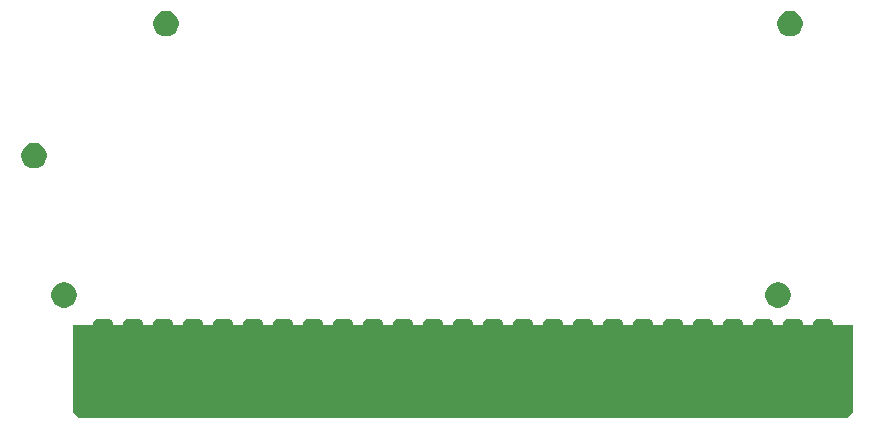
<source format=gbs>
G04 #@! TF.GenerationSoftware,KiCad,Pcbnew,(5.1.5-0-10_14)*
G04 #@! TF.CreationDate,2020-04-11T03:56:32-04:00*
G04 #@! TF.ProjectId,Voyager128,566f7961-6765-4723-9132-382e6b696361,rev?*
G04 #@! TF.SameCoordinates,Original*
G04 #@! TF.FileFunction,Soldermask,Bot*
G04 #@! TF.FilePolarity,Negative*
%FSLAX46Y46*%
G04 Gerber Fmt 4.6, Leading zero omitted, Abs format (unit mm)*
G04 Created by KiCad (PCBNEW (5.1.5-0-10_14)) date 2020-04-11 03:56:32*
%MOMM*%
%LPD*%
G04 APERTURE LIST*
%ADD10C,0.100000*%
G04 APERTURE END LIST*
D10*
G36*
X139700000Y-139446000D02*
G01*
X139192000Y-139954000D01*
X74168000Y-139954000D01*
X73660000Y-139446000D01*
X73660000Y-132080000D01*
X139700000Y-132080000D01*
X139700000Y-139446000D01*
G37*
G36*
X137686355Y-131543544D02*
G01*
X137758967Y-131565570D01*
X137825881Y-131601336D01*
X137884531Y-131649469D01*
X137932664Y-131708119D01*
X137968430Y-131775033D01*
X137990456Y-131847645D01*
X137998200Y-131926267D01*
X137998200Y-138637733D01*
X137990456Y-138716355D01*
X137968430Y-138788967D01*
X137932664Y-138855881D01*
X137884531Y-138914531D01*
X137825881Y-138962664D01*
X137758967Y-138998430D01*
X137686355Y-139020456D01*
X137607733Y-139028200D01*
X136712267Y-139028200D01*
X136633645Y-139020456D01*
X136561033Y-138998430D01*
X136494119Y-138962664D01*
X136435469Y-138914531D01*
X136387336Y-138855881D01*
X136351570Y-138788967D01*
X136329544Y-138716355D01*
X136321800Y-138637733D01*
X136321800Y-131926267D01*
X136329544Y-131847645D01*
X136351570Y-131775033D01*
X136387336Y-131708119D01*
X136435469Y-131649469D01*
X136494119Y-131601336D01*
X136561033Y-131565570D01*
X136633645Y-131543544D01*
X136712267Y-131535800D01*
X137607733Y-131535800D01*
X137686355Y-131543544D01*
G37*
G36*
X135146355Y-131543544D02*
G01*
X135218967Y-131565570D01*
X135285881Y-131601336D01*
X135344531Y-131649469D01*
X135392664Y-131708119D01*
X135428430Y-131775033D01*
X135450456Y-131847645D01*
X135458200Y-131926267D01*
X135458200Y-138637733D01*
X135450456Y-138716355D01*
X135428430Y-138788967D01*
X135392664Y-138855881D01*
X135344531Y-138914531D01*
X135285881Y-138962664D01*
X135218967Y-138998430D01*
X135146355Y-139020456D01*
X135067733Y-139028200D01*
X134172267Y-139028200D01*
X134093645Y-139020456D01*
X134021033Y-138998430D01*
X133954119Y-138962664D01*
X133895469Y-138914531D01*
X133847336Y-138855881D01*
X133811570Y-138788967D01*
X133789544Y-138716355D01*
X133781800Y-138637733D01*
X133781800Y-131926267D01*
X133789544Y-131847645D01*
X133811570Y-131775033D01*
X133847336Y-131708119D01*
X133895469Y-131649469D01*
X133954119Y-131601336D01*
X134021033Y-131565570D01*
X134093645Y-131543544D01*
X134172267Y-131535800D01*
X135067733Y-131535800D01*
X135146355Y-131543544D01*
G37*
G36*
X132606355Y-131543544D02*
G01*
X132678967Y-131565570D01*
X132745881Y-131601336D01*
X132804531Y-131649469D01*
X132852664Y-131708119D01*
X132888430Y-131775033D01*
X132910456Y-131847645D01*
X132918200Y-131926267D01*
X132918200Y-138637733D01*
X132910456Y-138716355D01*
X132888430Y-138788967D01*
X132852664Y-138855881D01*
X132804531Y-138914531D01*
X132745881Y-138962664D01*
X132678967Y-138998430D01*
X132606355Y-139020456D01*
X132527733Y-139028200D01*
X131632267Y-139028200D01*
X131553645Y-139020456D01*
X131481033Y-138998430D01*
X131414119Y-138962664D01*
X131355469Y-138914531D01*
X131307336Y-138855881D01*
X131271570Y-138788967D01*
X131249544Y-138716355D01*
X131241800Y-138637733D01*
X131241800Y-131926267D01*
X131249544Y-131847645D01*
X131271570Y-131775033D01*
X131307336Y-131708119D01*
X131355469Y-131649469D01*
X131414119Y-131601336D01*
X131481033Y-131565570D01*
X131553645Y-131543544D01*
X131632267Y-131535800D01*
X132527733Y-131535800D01*
X132606355Y-131543544D01*
G37*
G36*
X130066355Y-131543544D02*
G01*
X130138967Y-131565570D01*
X130205881Y-131601336D01*
X130264531Y-131649469D01*
X130312664Y-131708119D01*
X130348430Y-131775033D01*
X130370456Y-131847645D01*
X130378200Y-131926267D01*
X130378200Y-138637733D01*
X130370456Y-138716355D01*
X130348430Y-138788967D01*
X130312664Y-138855881D01*
X130264531Y-138914531D01*
X130205881Y-138962664D01*
X130138967Y-138998430D01*
X130066355Y-139020456D01*
X129987733Y-139028200D01*
X129092267Y-139028200D01*
X129013645Y-139020456D01*
X128941033Y-138998430D01*
X128874119Y-138962664D01*
X128815469Y-138914531D01*
X128767336Y-138855881D01*
X128731570Y-138788967D01*
X128709544Y-138716355D01*
X128701800Y-138637733D01*
X128701800Y-131926267D01*
X128709544Y-131847645D01*
X128731570Y-131775033D01*
X128767336Y-131708119D01*
X128815469Y-131649469D01*
X128874119Y-131601336D01*
X128941033Y-131565570D01*
X129013645Y-131543544D01*
X129092267Y-131535800D01*
X129987733Y-131535800D01*
X130066355Y-131543544D01*
G37*
G36*
X127526355Y-131543544D02*
G01*
X127598967Y-131565570D01*
X127665881Y-131601336D01*
X127724531Y-131649469D01*
X127772664Y-131708119D01*
X127808430Y-131775033D01*
X127830456Y-131847645D01*
X127838200Y-131926267D01*
X127838200Y-138637733D01*
X127830456Y-138716355D01*
X127808430Y-138788967D01*
X127772664Y-138855881D01*
X127724531Y-138914531D01*
X127665881Y-138962664D01*
X127598967Y-138998430D01*
X127526355Y-139020456D01*
X127447733Y-139028200D01*
X126552267Y-139028200D01*
X126473645Y-139020456D01*
X126401033Y-138998430D01*
X126334119Y-138962664D01*
X126275469Y-138914531D01*
X126227336Y-138855881D01*
X126191570Y-138788967D01*
X126169544Y-138716355D01*
X126161800Y-138637733D01*
X126161800Y-131926267D01*
X126169544Y-131847645D01*
X126191570Y-131775033D01*
X126227336Y-131708119D01*
X126275469Y-131649469D01*
X126334119Y-131601336D01*
X126401033Y-131565570D01*
X126473645Y-131543544D01*
X126552267Y-131535800D01*
X127447733Y-131535800D01*
X127526355Y-131543544D01*
G37*
G36*
X124986355Y-131543544D02*
G01*
X125058967Y-131565570D01*
X125125881Y-131601336D01*
X125184531Y-131649469D01*
X125232664Y-131708119D01*
X125268430Y-131775033D01*
X125290456Y-131847645D01*
X125298200Y-131926267D01*
X125298200Y-138637733D01*
X125290456Y-138716355D01*
X125268430Y-138788967D01*
X125232664Y-138855881D01*
X125184531Y-138914531D01*
X125125881Y-138962664D01*
X125058967Y-138998430D01*
X124986355Y-139020456D01*
X124907733Y-139028200D01*
X124012267Y-139028200D01*
X123933645Y-139020456D01*
X123861033Y-138998430D01*
X123794119Y-138962664D01*
X123735469Y-138914531D01*
X123687336Y-138855881D01*
X123651570Y-138788967D01*
X123629544Y-138716355D01*
X123621800Y-138637733D01*
X123621800Y-131926267D01*
X123629544Y-131847645D01*
X123651570Y-131775033D01*
X123687336Y-131708119D01*
X123735469Y-131649469D01*
X123794119Y-131601336D01*
X123861033Y-131565570D01*
X123933645Y-131543544D01*
X124012267Y-131535800D01*
X124907733Y-131535800D01*
X124986355Y-131543544D01*
G37*
G36*
X122446355Y-131543544D02*
G01*
X122518967Y-131565570D01*
X122585881Y-131601336D01*
X122644531Y-131649469D01*
X122692664Y-131708119D01*
X122728430Y-131775033D01*
X122750456Y-131847645D01*
X122758200Y-131926267D01*
X122758200Y-138637733D01*
X122750456Y-138716355D01*
X122728430Y-138788967D01*
X122692664Y-138855881D01*
X122644531Y-138914531D01*
X122585881Y-138962664D01*
X122518967Y-138998430D01*
X122446355Y-139020456D01*
X122367733Y-139028200D01*
X121472267Y-139028200D01*
X121393645Y-139020456D01*
X121321033Y-138998430D01*
X121254119Y-138962664D01*
X121195469Y-138914531D01*
X121147336Y-138855881D01*
X121111570Y-138788967D01*
X121089544Y-138716355D01*
X121081800Y-138637733D01*
X121081800Y-131926267D01*
X121089544Y-131847645D01*
X121111570Y-131775033D01*
X121147336Y-131708119D01*
X121195469Y-131649469D01*
X121254119Y-131601336D01*
X121321033Y-131565570D01*
X121393645Y-131543544D01*
X121472267Y-131535800D01*
X122367733Y-131535800D01*
X122446355Y-131543544D01*
G37*
G36*
X119906355Y-131543544D02*
G01*
X119978967Y-131565570D01*
X120045881Y-131601336D01*
X120104531Y-131649469D01*
X120152664Y-131708119D01*
X120188430Y-131775033D01*
X120210456Y-131847645D01*
X120218200Y-131926267D01*
X120218200Y-138637733D01*
X120210456Y-138716355D01*
X120188430Y-138788967D01*
X120152664Y-138855881D01*
X120104531Y-138914531D01*
X120045881Y-138962664D01*
X119978967Y-138998430D01*
X119906355Y-139020456D01*
X119827733Y-139028200D01*
X118932267Y-139028200D01*
X118853645Y-139020456D01*
X118781033Y-138998430D01*
X118714119Y-138962664D01*
X118655469Y-138914531D01*
X118607336Y-138855881D01*
X118571570Y-138788967D01*
X118549544Y-138716355D01*
X118541800Y-138637733D01*
X118541800Y-131926267D01*
X118549544Y-131847645D01*
X118571570Y-131775033D01*
X118607336Y-131708119D01*
X118655469Y-131649469D01*
X118714119Y-131601336D01*
X118781033Y-131565570D01*
X118853645Y-131543544D01*
X118932267Y-131535800D01*
X119827733Y-131535800D01*
X119906355Y-131543544D01*
G37*
G36*
X117366355Y-131543544D02*
G01*
X117438967Y-131565570D01*
X117505881Y-131601336D01*
X117564531Y-131649469D01*
X117612664Y-131708119D01*
X117648430Y-131775033D01*
X117670456Y-131847645D01*
X117678200Y-131926267D01*
X117678200Y-138637733D01*
X117670456Y-138716355D01*
X117648430Y-138788967D01*
X117612664Y-138855881D01*
X117564531Y-138914531D01*
X117505881Y-138962664D01*
X117438967Y-138998430D01*
X117366355Y-139020456D01*
X117287733Y-139028200D01*
X116392267Y-139028200D01*
X116313645Y-139020456D01*
X116241033Y-138998430D01*
X116174119Y-138962664D01*
X116115469Y-138914531D01*
X116067336Y-138855881D01*
X116031570Y-138788967D01*
X116009544Y-138716355D01*
X116001800Y-138637733D01*
X116001800Y-131926267D01*
X116009544Y-131847645D01*
X116031570Y-131775033D01*
X116067336Y-131708119D01*
X116115469Y-131649469D01*
X116174119Y-131601336D01*
X116241033Y-131565570D01*
X116313645Y-131543544D01*
X116392267Y-131535800D01*
X117287733Y-131535800D01*
X117366355Y-131543544D01*
G37*
G36*
X114826355Y-131543544D02*
G01*
X114898967Y-131565570D01*
X114965881Y-131601336D01*
X115024531Y-131649469D01*
X115072664Y-131708119D01*
X115108430Y-131775033D01*
X115130456Y-131847645D01*
X115138200Y-131926267D01*
X115138200Y-138637733D01*
X115130456Y-138716355D01*
X115108430Y-138788967D01*
X115072664Y-138855881D01*
X115024531Y-138914531D01*
X114965881Y-138962664D01*
X114898967Y-138998430D01*
X114826355Y-139020456D01*
X114747733Y-139028200D01*
X113852267Y-139028200D01*
X113773645Y-139020456D01*
X113701033Y-138998430D01*
X113634119Y-138962664D01*
X113575469Y-138914531D01*
X113527336Y-138855881D01*
X113491570Y-138788967D01*
X113469544Y-138716355D01*
X113461800Y-138637733D01*
X113461800Y-131926267D01*
X113469544Y-131847645D01*
X113491570Y-131775033D01*
X113527336Y-131708119D01*
X113575469Y-131649469D01*
X113634119Y-131601336D01*
X113701033Y-131565570D01*
X113773645Y-131543544D01*
X113852267Y-131535800D01*
X114747733Y-131535800D01*
X114826355Y-131543544D01*
G37*
G36*
X112286355Y-131543544D02*
G01*
X112358967Y-131565570D01*
X112425881Y-131601336D01*
X112484531Y-131649469D01*
X112532664Y-131708119D01*
X112568430Y-131775033D01*
X112590456Y-131847645D01*
X112598200Y-131926267D01*
X112598200Y-138637733D01*
X112590456Y-138716355D01*
X112568430Y-138788967D01*
X112532664Y-138855881D01*
X112484531Y-138914531D01*
X112425881Y-138962664D01*
X112358967Y-138998430D01*
X112286355Y-139020456D01*
X112207733Y-139028200D01*
X111312267Y-139028200D01*
X111233645Y-139020456D01*
X111161033Y-138998430D01*
X111094119Y-138962664D01*
X111035469Y-138914531D01*
X110987336Y-138855881D01*
X110951570Y-138788967D01*
X110929544Y-138716355D01*
X110921800Y-138637733D01*
X110921800Y-131926267D01*
X110929544Y-131847645D01*
X110951570Y-131775033D01*
X110987336Y-131708119D01*
X111035469Y-131649469D01*
X111094119Y-131601336D01*
X111161033Y-131565570D01*
X111233645Y-131543544D01*
X111312267Y-131535800D01*
X112207733Y-131535800D01*
X112286355Y-131543544D01*
G37*
G36*
X109746355Y-131543544D02*
G01*
X109818967Y-131565570D01*
X109885881Y-131601336D01*
X109944531Y-131649469D01*
X109992664Y-131708119D01*
X110028430Y-131775033D01*
X110050456Y-131847645D01*
X110058200Y-131926267D01*
X110058200Y-138637733D01*
X110050456Y-138716355D01*
X110028430Y-138788967D01*
X109992664Y-138855881D01*
X109944531Y-138914531D01*
X109885881Y-138962664D01*
X109818967Y-138998430D01*
X109746355Y-139020456D01*
X109667733Y-139028200D01*
X108772267Y-139028200D01*
X108693645Y-139020456D01*
X108621033Y-138998430D01*
X108554119Y-138962664D01*
X108495469Y-138914531D01*
X108447336Y-138855881D01*
X108411570Y-138788967D01*
X108389544Y-138716355D01*
X108381800Y-138637733D01*
X108381800Y-131926267D01*
X108389544Y-131847645D01*
X108411570Y-131775033D01*
X108447336Y-131708119D01*
X108495469Y-131649469D01*
X108554119Y-131601336D01*
X108621033Y-131565570D01*
X108693645Y-131543544D01*
X108772267Y-131535800D01*
X109667733Y-131535800D01*
X109746355Y-131543544D01*
G37*
G36*
X107206355Y-131543544D02*
G01*
X107278967Y-131565570D01*
X107345881Y-131601336D01*
X107404531Y-131649469D01*
X107452664Y-131708119D01*
X107488430Y-131775033D01*
X107510456Y-131847645D01*
X107518200Y-131926267D01*
X107518200Y-138637733D01*
X107510456Y-138716355D01*
X107488430Y-138788967D01*
X107452664Y-138855881D01*
X107404531Y-138914531D01*
X107345881Y-138962664D01*
X107278967Y-138998430D01*
X107206355Y-139020456D01*
X107127733Y-139028200D01*
X106232267Y-139028200D01*
X106153645Y-139020456D01*
X106081033Y-138998430D01*
X106014119Y-138962664D01*
X105955469Y-138914531D01*
X105907336Y-138855881D01*
X105871570Y-138788967D01*
X105849544Y-138716355D01*
X105841800Y-138637733D01*
X105841800Y-131926267D01*
X105849544Y-131847645D01*
X105871570Y-131775033D01*
X105907336Y-131708119D01*
X105955469Y-131649469D01*
X106014119Y-131601336D01*
X106081033Y-131565570D01*
X106153645Y-131543544D01*
X106232267Y-131535800D01*
X107127733Y-131535800D01*
X107206355Y-131543544D01*
G37*
G36*
X104666355Y-131543544D02*
G01*
X104738967Y-131565570D01*
X104805881Y-131601336D01*
X104864531Y-131649469D01*
X104912664Y-131708119D01*
X104948430Y-131775033D01*
X104970456Y-131847645D01*
X104978200Y-131926267D01*
X104978200Y-138637733D01*
X104970456Y-138716355D01*
X104948430Y-138788967D01*
X104912664Y-138855881D01*
X104864531Y-138914531D01*
X104805881Y-138962664D01*
X104738967Y-138998430D01*
X104666355Y-139020456D01*
X104587733Y-139028200D01*
X103692267Y-139028200D01*
X103613645Y-139020456D01*
X103541033Y-138998430D01*
X103474119Y-138962664D01*
X103415469Y-138914531D01*
X103367336Y-138855881D01*
X103331570Y-138788967D01*
X103309544Y-138716355D01*
X103301800Y-138637733D01*
X103301800Y-131926267D01*
X103309544Y-131847645D01*
X103331570Y-131775033D01*
X103367336Y-131708119D01*
X103415469Y-131649469D01*
X103474119Y-131601336D01*
X103541033Y-131565570D01*
X103613645Y-131543544D01*
X103692267Y-131535800D01*
X104587733Y-131535800D01*
X104666355Y-131543544D01*
G37*
G36*
X102126355Y-131543544D02*
G01*
X102198967Y-131565570D01*
X102265881Y-131601336D01*
X102324531Y-131649469D01*
X102372664Y-131708119D01*
X102408430Y-131775033D01*
X102430456Y-131847645D01*
X102438200Y-131926267D01*
X102438200Y-138637733D01*
X102430456Y-138716355D01*
X102408430Y-138788967D01*
X102372664Y-138855881D01*
X102324531Y-138914531D01*
X102265881Y-138962664D01*
X102198967Y-138998430D01*
X102126355Y-139020456D01*
X102047733Y-139028200D01*
X101152267Y-139028200D01*
X101073645Y-139020456D01*
X101001033Y-138998430D01*
X100934119Y-138962664D01*
X100875469Y-138914531D01*
X100827336Y-138855881D01*
X100791570Y-138788967D01*
X100769544Y-138716355D01*
X100761800Y-138637733D01*
X100761800Y-131926267D01*
X100769544Y-131847645D01*
X100791570Y-131775033D01*
X100827336Y-131708119D01*
X100875469Y-131649469D01*
X100934119Y-131601336D01*
X101001033Y-131565570D01*
X101073645Y-131543544D01*
X101152267Y-131535800D01*
X102047733Y-131535800D01*
X102126355Y-131543544D01*
G37*
G36*
X99586355Y-131543544D02*
G01*
X99658967Y-131565570D01*
X99725881Y-131601336D01*
X99784531Y-131649469D01*
X99832664Y-131708119D01*
X99868430Y-131775033D01*
X99890456Y-131847645D01*
X99898200Y-131926267D01*
X99898200Y-138637733D01*
X99890456Y-138716355D01*
X99868430Y-138788967D01*
X99832664Y-138855881D01*
X99784531Y-138914531D01*
X99725881Y-138962664D01*
X99658967Y-138998430D01*
X99586355Y-139020456D01*
X99507733Y-139028200D01*
X98612267Y-139028200D01*
X98533645Y-139020456D01*
X98461033Y-138998430D01*
X98394119Y-138962664D01*
X98335469Y-138914531D01*
X98287336Y-138855881D01*
X98251570Y-138788967D01*
X98229544Y-138716355D01*
X98221800Y-138637733D01*
X98221800Y-131926267D01*
X98229544Y-131847645D01*
X98251570Y-131775033D01*
X98287336Y-131708119D01*
X98335469Y-131649469D01*
X98394119Y-131601336D01*
X98461033Y-131565570D01*
X98533645Y-131543544D01*
X98612267Y-131535800D01*
X99507733Y-131535800D01*
X99586355Y-131543544D01*
G37*
G36*
X97046355Y-131543544D02*
G01*
X97118967Y-131565570D01*
X97185881Y-131601336D01*
X97244531Y-131649469D01*
X97292664Y-131708119D01*
X97328430Y-131775033D01*
X97350456Y-131847645D01*
X97358200Y-131926267D01*
X97358200Y-138637733D01*
X97350456Y-138716355D01*
X97328430Y-138788967D01*
X97292664Y-138855881D01*
X97244531Y-138914531D01*
X97185881Y-138962664D01*
X97118967Y-138998430D01*
X97046355Y-139020456D01*
X96967733Y-139028200D01*
X96072267Y-139028200D01*
X95993645Y-139020456D01*
X95921033Y-138998430D01*
X95854119Y-138962664D01*
X95795469Y-138914531D01*
X95747336Y-138855881D01*
X95711570Y-138788967D01*
X95689544Y-138716355D01*
X95681800Y-138637733D01*
X95681800Y-131926267D01*
X95689544Y-131847645D01*
X95711570Y-131775033D01*
X95747336Y-131708119D01*
X95795469Y-131649469D01*
X95854119Y-131601336D01*
X95921033Y-131565570D01*
X95993645Y-131543544D01*
X96072267Y-131535800D01*
X96967733Y-131535800D01*
X97046355Y-131543544D01*
G37*
G36*
X94506355Y-131543544D02*
G01*
X94578967Y-131565570D01*
X94645881Y-131601336D01*
X94704531Y-131649469D01*
X94752664Y-131708119D01*
X94788430Y-131775033D01*
X94810456Y-131847645D01*
X94818200Y-131926267D01*
X94818200Y-138637733D01*
X94810456Y-138716355D01*
X94788430Y-138788967D01*
X94752664Y-138855881D01*
X94704531Y-138914531D01*
X94645881Y-138962664D01*
X94578967Y-138998430D01*
X94506355Y-139020456D01*
X94427733Y-139028200D01*
X93532267Y-139028200D01*
X93453645Y-139020456D01*
X93381033Y-138998430D01*
X93314119Y-138962664D01*
X93255469Y-138914531D01*
X93207336Y-138855881D01*
X93171570Y-138788967D01*
X93149544Y-138716355D01*
X93141800Y-138637733D01*
X93141800Y-131926267D01*
X93149544Y-131847645D01*
X93171570Y-131775033D01*
X93207336Y-131708119D01*
X93255469Y-131649469D01*
X93314119Y-131601336D01*
X93381033Y-131565570D01*
X93453645Y-131543544D01*
X93532267Y-131535800D01*
X94427733Y-131535800D01*
X94506355Y-131543544D01*
G37*
G36*
X91966355Y-131543544D02*
G01*
X92038967Y-131565570D01*
X92105881Y-131601336D01*
X92164531Y-131649469D01*
X92212664Y-131708119D01*
X92248430Y-131775033D01*
X92270456Y-131847645D01*
X92278200Y-131926267D01*
X92278200Y-138637733D01*
X92270456Y-138716355D01*
X92248430Y-138788967D01*
X92212664Y-138855881D01*
X92164531Y-138914531D01*
X92105881Y-138962664D01*
X92038967Y-138998430D01*
X91966355Y-139020456D01*
X91887733Y-139028200D01*
X90992267Y-139028200D01*
X90913645Y-139020456D01*
X90841033Y-138998430D01*
X90774119Y-138962664D01*
X90715469Y-138914531D01*
X90667336Y-138855881D01*
X90631570Y-138788967D01*
X90609544Y-138716355D01*
X90601800Y-138637733D01*
X90601800Y-131926267D01*
X90609544Y-131847645D01*
X90631570Y-131775033D01*
X90667336Y-131708119D01*
X90715469Y-131649469D01*
X90774119Y-131601336D01*
X90841033Y-131565570D01*
X90913645Y-131543544D01*
X90992267Y-131535800D01*
X91887733Y-131535800D01*
X91966355Y-131543544D01*
G37*
G36*
X89426355Y-131543544D02*
G01*
X89498967Y-131565570D01*
X89565881Y-131601336D01*
X89624531Y-131649469D01*
X89672664Y-131708119D01*
X89708430Y-131775033D01*
X89730456Y-131847645D01*
X89738200Y-131926267D01*
X89738200Y-138637733D01*
X89730456Y-138716355D01*
X89708430Y-138788967D01*
X89672664Y-138855881D01*
X89624531Y-138914531D01*
X89565881Y-138962664D01*
X89498967Y-138998430D01*
X89426355Y-139020456D01*
X89347733Y-139028200D01*
X88452267Y-139028200D01*
X88373645Y-139020456D01*
X88301033Y-138998430D01*
X88234119Y-138962664D01*
X88175469Y-138914531D01*
X88127336Y-138855881D01*
X88091570Y-138788967D01*
X88069544Y-138716355D01*
X88061800Y-138637733D01*
X88061800Y-131926267D01*
X88069544Y-131847645D01*
X88091570Y-131775033D01*
X88127336Y-131708119D01*
X88175469Y-131649469D01*
X88234119Y-131601336D01*
X88301033Y-131565570D01*
X88373645Y-131543544D01*
X88452267Y-131535800D01*
X89347733Y-131535800D01*
X89426355Y-131543544D01*
G37*
G36*
X86886355Y-131543544D02*
G01*
X86958967Y-131565570D01*
X87025881Y-131601336D01*
X87084531Y-131649469D01*
X87132664Y-131708119D01*
X87168430Y-131775033D01*
X87190456Y-131847645D01*
X87198200Y-131926267D01*
X87198200Y-138637733D01*
X87190456Y-138716355D01*
X87168430Y-138788967D01*
X87132664Y-138855881D01*
X87084531Y-138914531D01*
X87025881Y-138962664D01*
X86958967Y-138998430D01*
X86886355Y-139020456D01*
X86807733Y-139028200D01*
X85912267Y-139028200D01*
X85833645Y-139020456D01*
X85761033Y-138998430D01*
X85694119Y-138962664D01*
X85635469Y-138914531D01*
X85587336Y-138855881D01*
X85551570Y-138788967D01*
X85529544Y-138716355D01*
X85521800Y-138637733D01*
X85521800Y-131926267D01*
X85529544Y-131847645D01*
X85551570Y-131775033D01*
X85587336Y-131708119D01*
X85635469Y-131649469D01*
X85694119Y-131601336D01*
X85761033Y-131565570D01*
X85833645Y-131543544D01*
X85912267Y-131535800D01*
X86807733Y-131535800D01*
X86886355Y-131543544D01*
G37*
G36*
X84346355Y-131543544D02*
G01*
X84418967Y-131565570D01*
X84485881Y-131601336D01*
X84544531Y-131649469D01*
X84592664Y-131708119D01*
X84628430Y-131775033D01*
X84650456Y-131847645D01*
X84658200Y-131926267D01*
X84658200Y-138637733D01*
X84650456Y-138716355D01*
X84628430Y-138788967D01*
X84592664Y-138855881D01*
X84544531Y-138914531D01*
X84485881Y-138962664D01*
X84418967Y-138998430D01*
X84346355Y-139020456D01*
X84267733Y-139028200D01*
X83372267Y-139028200D01*
X83293645Y-139020456D01*
X83221033Y-138998430D01*
X83154119Y-138962664D01*
X83095469Y-138914531D01*
X83047336Y-138855881D01*
X83011570Y-138788967D01*
X82989544Y-138716355D01*
X82981800Y-138637733D01*
X82981800Y-131926267D01*
X82989544Y-131847645D01*
X83011570Y-131775033D01*
X83047336Y-131708119D01*
X83095469Y-131649469D01*
X83154119Y-131601336D01*
X83221033Y-131565570D01*
X83293645Y-131543544D01*
X83372267Y-131535800D01*
X84267733Y-131535800D01*
X84346355Y-131543544D01*
G37*
G36*
X81806355Y-131543544D02*
G01*
X81878967Y-131565570D01*
X81945881Y-131601336D01*
X82004531Y-131649469D01*
X82052664Y-131708119D01*
X82088430Y-131775033D01*
X82110456Y-131847645D01*
X82118200Y-131926267D01*
X82118200Y-138637733D01*
X82110456Y-138716355D01*
X82088430Y-138788967D01*
X82052664Y-138855881D01*
X82004531Y-138914531D01*
X81945881Y-138962664D01*
X81878967Y-138998430D01*
X81806355Y-139020456D01*
X81727733Y-139028200D01*
X80832267Y-139028200D01*
X80753645Y-139020456D01*
X80681033Y-138998430D01*
X80614119Y-138962664D01*
X80555469Y-138914531D01*
X80507336Y-138855881D01*
X80471570Y-138788967D01*
X80449544Y-138716355D01*
X80441800Y-138637733D01*
X80441800Y-131926267D01*
X80449544Y-131847645D01*
X80471570Y-131775033D01*
X80507336Y-131708119D01*
X80555469Y-131649469D01*
X80614119Y-131601336D01*
X80681033Y-131565570D01*
X80753645Y-131543544D01*
X80832267Y-131535800D01*
X81727733Y-131535800D01*
X81806355Y-131543544D01*
G37*
G36*
X79266355Y-131543544D02*
G01*
X79338967Y-131565570D01*
X79405881Y-131601336D01*
X79464531Y-131649469D01*
X79512664Y-131708119D01*
X79548430Y-131775033D01*
X79570456Y-131847645D01*
X79578200Y-131926267D01*
X79578200Y-138637733D01*
X79570456Y-138716355D01*
X79548430Y-138788967D01*
X79512664Y-138855881D01*
X79464531Y-138914531D01*
X79405881Y-138962664D01*
X79338967Y-138998430D01*
X79266355Y-139020456D01*
X79187733Y-139028200D01*
X78292267Y-139028200D01*
X78213645Y-139020456D01*
X78141033Y-138998430D01*
X78074119Y-138962664D01*
X78015469Y-138914531D01*
X77967336Y-138855881D01*
X77931570Y-138788967D01*
X77909544Y-138716355D01*
X77901800Y-138637733D01*
X77901800Y-131926267D01*
X77909544Y-131847645D01*
X77931570Y-131775033D01*
X77967336Y-131708119D01*
X78015469Y-131649469D01*
X78074119Y-131601336D01*
X78141033Y-131565570D01*
X78213645Y-131543544D01*
X78292267Y-131535800D01*
X79187733Y-131535800D01*
X79266355Y-131543544D01*
G37*
G36*
X76726355Y-131543544D02*
G01*
X76798967Y-131565570D01*
X76865881Y-131601336D01*
X76924531Y-131649469D01*
X76972664Y-131708119D01*
X77008430Y-131775033D01*
X77030456Y-131847645D01*
X77038200Y-131926267D01*
X77038200Y-138637733D01*
X77030456Y-138716355D01*
X77008430Y-138788967D01*
X76972664Y-138855881D01*
X76924531Y-138914531D01*
X76865881Y-138962664D01*
X76798967Y-138998430D01*
X76726355Y-139020456D01*
X76647733Y-139028200D01*
X75752267Y-139028200D01*
X75673645Y-139020456D01*
X75601033Y-138998430D01*
X75534119Y-138962664D01*
X75475469Y-138914531D01*
X75427336Y-138855881D01*
X75391570Y-138788967D01*
X75369544Y-138716355D01*
X75361800Y-138637733D01*
X75361800Y-131926267D01*
X75369544Y-131847645D01*
X75391570Y-131775033D01*
X75427336Y-131708119D01*
X75475469Y-131649469D01*
X75534119Y-131601336D01*
X75601033Y-131565570D01*
X75673645Y-131543544D01*
X75752267Y-131535800D01*
X76647733Y-131535800D01*
X76726355Y-131543544D01*
G37*
G36*
X73211914Y-128505157D02*
G01*
X73407777Y-128586286D01*
X73584033Y-128704057D01*
X73733943Y-128853967D01*
X73851714Y-129030223D01*
X73932843Y-129226086D01*
X73974200Y-129434004D01*
X73974200Y-129645996D01*
X73932843Y-129853914D01*
X73851714Y-130049777D01*
X73733943Y-130226033D01*
X73584033Y-130375943D01*
X73407777Y-130493714D01*
X73211914Y-130574843D01*
X73003996Y-130616200D01*
X72792004Y-130616200D01*
X72584086Y-130574843D01*
X72388223Y-130493714D01*
X72211967Y-130375943D01*
X72062057Y-130226033D01*
X71944286Y-130049777D01*
X71863157Y-129853914D01*
X71821800Y-129645996D01*
X71821800Y-129434004D01*
X71863157Y-129226086D01*
X71944286Y-129030223D01*
X72062057Y-128853967D01*
X72211967Y-128704057D01*
X72388223Y-128586286D01*
X72584086Y-128505157D01*
X72792004Y-128463800D01*
X73003996Y-128463800D01*
X73211914Y-128505157D01*
G37*
G36*
X133663914Y-128505157D02*
G01*
X133859777Y-128586286D01*
X134036033Y-128704057D01*
X134185943Y-128853967D01*
X134303714Y-129030223D01*
X134384843Y-129226086D01*
X134426200Y-129434004D01*
X134426200Y-129645996D01*
X134384843Y-129853914D01*
X134303714Y-130049777D01*
X134185943Y-130226033D01*
X134036033Y-130375943D01*
X133859777Y-130493714D01*
X133663914Y-130574843D01*
X133455996Y-130616200D01*
X133244004Y-130616200D01*
X133036086Y-130574843D01*
X132840223Y-130493714D01*
X132663967Y-130375943D01*
X132514057Y-130226033D01*
X132396286Y-130049777D01*
X132315157Y-129853914D01*
X132273800Y-129645996D01*
X132273800Y-129434004D01*
X132315157Y-129226086D01*
X132396286Y-129030223D01*
X132514057Y-128853967D01*
X132663967Y-128704057D01*
X132840223Y-128586286D01*
X133036086Y-128505157D01*
X133244004Y-128463800D01*
X133455996Y-128463800D01*
X133663914Y-128505157D01*
G37*
G36*
X70671914Y-116694157D02*
G01*
X70867777Y-116775286D01*
X71044033Y-116893057D01*
X71193943Y-117042967D01*
X71311714Y-117219223D01*
X71392843Y-117415086D01*
X71434200Y-117623004D01*
X71434200Y-117834996D01*
X71392843Y-118042914D01*
X71311714Y-118238777D01*
X71193943Y-118415033D01*
X71044033Y-118564943D01*
X70867777Y-118682714D01*
X70671914Y-118763843D01*
X70463996Y-118805200D01*
X70252004Y-118805200D01*
X70044086Y-118763843D01*
X69848223Y-118682714D01*
X69671967Y-118564943D01*
X69522057Y-118415033D01*
X69404286Y-118238777D01*
X69323157Y-118042914D01*
X69281800Y-117834996D01*
X69281800Y-117623004D01*
X69323157Y-117415086D01*
X69404286Y-117219223D01*
X69522057Y-117042967D01*
X69671967Y-116893057D01*
X69848223Y-116775286D01*
X70044086Y-116694157D01*
X70252004Y-116652800D01*
X70463996Y-116652800D01*
X70671914Y-116694157D01*
G37*
G36*
X81847914Y-105518157D02*
G01*
X82043777Y-105599286D01*
X82220033Y-105717057D01*
X82369943Y-105866967D01*
X82487714Y-106043223D01*
X82568843Y-106239086D01*
X82610200Y-106447004D01*
X82610200Y-106658996D01*
X82568843Y-106866914D01*
X82487714Y-107062777D01*
X82369943Y-107239033D01*
X82220033Y-107388943D01*
X82043777Y-107506714D01*
X81847914Y-107587843D01*
X81639996Y-107629200D01*
X81428004Y-107629200D01*
X81220086Y-107587843D01*
X81024223Y-107506714D01*
X80847967Y-107388943D01*
X80698057Y-107239033D01*
X80580286Y-107062777D01*
X80499157Y-106866914D01*
X80457800Y-106658996D01*
X80457800Y-106447004D01*
X80499157Y-106239086D01*
X80580286Y-106043223D01*
X80698057Y-105866967D01*
X80847967Y-105717057D01*
X81024223Y-105599286D01*
X81220086Y-105518157D01*
X81428004Y-105476800D01*
X81639996Y-105476800D01*
X81847914Y-105518157D01*
G37*
G36*
X134679914Y-105518157D02*
G01*
X134875777Y-105599286D01*
X135052033Y-105717057D01*
X135201943Y-105866967D01*
X135319714Y-106043223D01*
X135400843Y-106239086D01*
X135442200Y-106447004D01*
X135442200Y-106658996D01*
X135400843Y-106866914D01*
X135319714Y-107062777D01*
X135201943Y-107239033D01*
X135052033Y-107388943D01*
X134875777Y-107506714D01*
X134679914Y-107587843D01*
X134471996Y-107629200D01*
X134260004Y-107629200D01*
X134052086Y-107587843D01*
X133856223Y-107506714D01*
X133679967Y-107388943D01*
X133530057Y-107239033D01*
X133412286Y-107062777D01*
X133331157Y-106866914D01*
X133289800Y-106658996D01*
X133289800Y-106447004D01*
X133331157Y-106239086D01*
X133412286Y-106043223D01*
X133530057Y-105866967D01*
X133679967Y-105717057D01*
X133856223Y-105599286D01*
X134052086Y-105518157D01*
X134260004Y-105476800D01*
X134471996Y-105476800D01*
X134679914Y-105518157D01*
G37*
M02*

</source>
